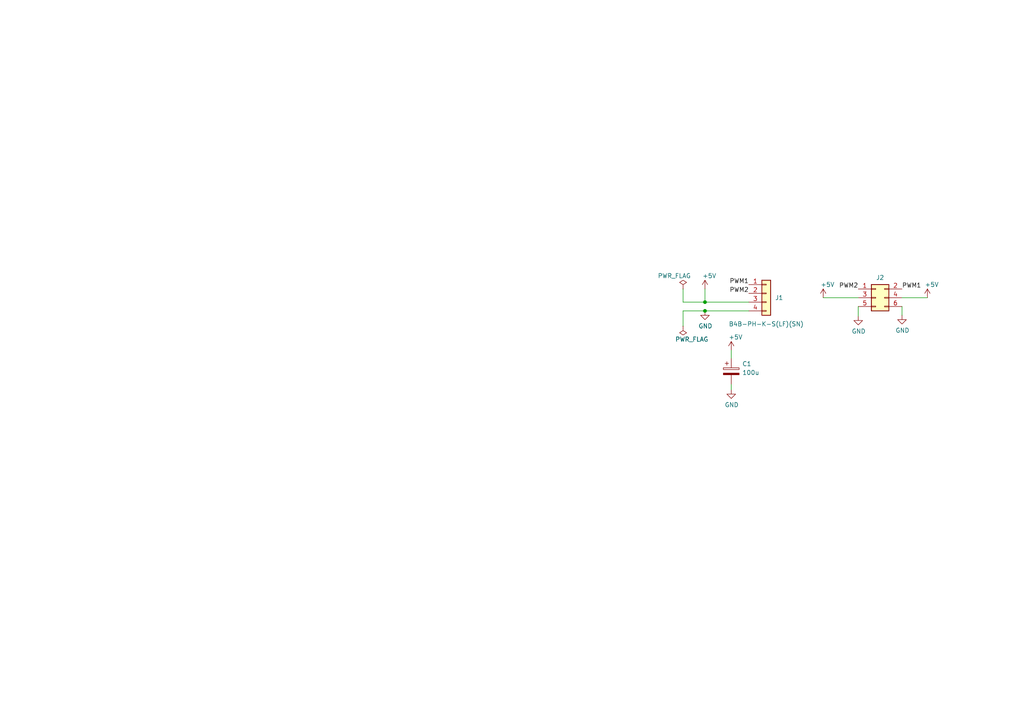
<source format=kicad_sch>
(kicad_sch (version 20230121) (generator eeschema)
  (paper "A4")
  (lib_symbols
    (symbol "Connector_Generic:Conn_01x04" (pin_names (offset 1.016) hide)
      (property "Reference" "J" (at 0 5.08 0))
      (property "Value" "Conn_01x04" (at 0 -7.62 0))
      (symbol "Conn_01x04_1_1"
        (rectangle (start -1.27 -4.953) (end 0 -5.207) (stroke (width 0.1524)))
        (rectangle (start -1.27 -2.413) (end 0 -2.667) (stroke (width 0.1524)))
        (rectangle (start -1.27 0.127) (end 0 -0.127) (stroke (width 0.1524)))
        (rectangle (start -1.27 2.667) (end 0 2.413) (stroke (width 0.1524)))
        (rectangle (start -1.27 3.81) (end 1.27 -6.35) (stroke (width 0.254)) (fill (type background)))
        (pin passive line (at -5.08 2.54 0) (length 3.81) (name "Pin_1") (number "1"))
        (pin passive line (at -5.08 0 0) (length 3.81) (name "Pin_2") (number "2"))
        (pin passive line (at -5.08 -2.54 0) (length 3.81) (name "Pin_3") (number "3"))
        (pin passive line (at -5.08 -5.08 0) (length 3.81) (name "Pin_4") (number "4"))
      )
    )
    (symbol "Connector_Generic:Conn_02x03_Odd_Even" (pin_names (offset 1.016) hide)
      (property "Reference" "J" (at 1.27 5.08 0))
      (property "Value" "Conn_02x03_Odd_Even" (at 1.27 -5.08 0))
      (symbol "Conn_02x03_Odd_Even_1_1"
        (rectangle (start -1.27 -2.413) (end 0 -2.667) (stroke (width 0.1524)))
        (rectangle (start -1.27 0.127) (end 0 -0.127) (stroke (width 0.1524)))
        (rectangle (start -1.27 2.667) (end 0 2.413) (stroke (width 0.1524)))
        (rectangle (start -1.27 3.81) (end 3.81 -3.81) (stroke (width 0.254)) (fill (type background)))
        (rectangle (start 3.81 -2.413) (end 2.54 -2.667) (stroke (width 0.1524)))
        (rectangle (start 3.81 0.127) (end 2.54 -0.127) (stroke (width 0.1524)))
        (rectangle (start 3.81 2.667) (end 2.54 2.413) (stroke (width 0.1524)))
        (pin passive line (at -5.08 2.54 0) (length 3.81) (name "Pin_1") (number "1"))
        (pin passive line (at 7.62 2.54 180) (length 3.81) (name "Pin_2") (number "2"))
        (pin passive line (at -5.08 0 0) (length 3.81) (name "Pin_3") (number "3"))
        (pin passive line (at 7.62 0 180) (length 3.81) (name "Pin_4") (number "4"))
        (pin passive line (at -5.08 -2.54 0) (length 3.81) (name "Pin_5") (number "5"))
        (pin passive line (at 7.62 -2.54 180) (length 3.81) (name "Pin_6") (number "6"))
      )
    )
    (symbol "Device:C_Polarized" (pin_numbers hide) (pin_names (offset 0.254))
      (property "Reference" "C" (at 0.635 2.54 0))
      (property "Value" "C_Polarized" (at 0.635 -2.54 0))
      (symbol "C_Polarized_0_1"
        (rectangle (start -2.286 0.508) (end 2.286 1.016))
        (polyline (pts (xy -1.778 2.286) (xy -0.762 2.286)))
        (polyline (pts (xy -1.27 2.794) (xy -1.27 1.778)))
        (rectangle (start 2.286 -0.508) (end -2.286 -1.016) (fill (type outline)))
      )
      (symbol "C_Polarized_1_1"
        (pin passive line (at 0 3.81 270) (length 2.794) (name "~") (number "1"))
        (pin passive line (at 0 -3.81 90) (length 2.794) (name "~") (number "2"))
      )
    )
    (symbol "power:+5V" (power) (pin_names (offset 0))
      (property "Value" "+5V" (at 0 3.556 0))
      (symbol "+5V_0_1"
        (polyline (pts (xy -0.762 1.27) (xy 0 2.54)))
        (polyline (pts (xy 0 0) (xy 0 2.54)))
        (polyline (pts (xy 0 2.54) (xy 0.762 1.27)))
      )
      (symbol "+5V_1_1"
        (pin power_in line (at 0 0 90) (length 0) hide (name "+5V") (number "1"))
      )
    )
    (symbol "power:GND" (power) (pin_names (offset 0))
      (property "Value" "GND" (at 0 -3.81 0))
      (symbol "GND_0_1"
        (polyline (pts (xy 0 0) (xy 0 -1.27) (xy 1.27 -1.27) (xy 0 -2.54) (xy -1.27 -1.27) (xy 0 -1.27)))
      )
      (symbol "GND_1_1"
        (pin power_in line (at 0 0 270) (length 0) hide (name "GND") (number "1"))
      )
    )
    (symbol "power:PWR_FLAG" (power) (pin_numbers hide) (pin_names (offset 0) hide)
      (property "Value" "PWR_FLAG" (at 0 3.81 0))
      (symbol "PWR_FLAG_0_0"
        (pin power_out line (at 0 0 90) (length 0) (name "pwr") (number "1"))
      )
      (symbol "PWR_FLAG_0_1"
        (polyline (pts (xy 0 0) (xy 0 1.27) (xy -1.016 1.905) (xy 0 2.54) (xy 1.016 1.905) (xy 0 1.27)))
      )
    )
  )
  (junction (at 204.47 87.63))
  (junction (at 204.47 90.17))
  (wire (pts (xy 198.12 90.17) (xy 204.47 90.17)))
  (wire (pts (xy 212.09 101.6) (xy 212.09 103.886)))
  (wire (pts (xy 204.47 83.82) (xy 204.47 87.63)))
  (wire (pts (xy 248.92 88.9) (xy 248.92 91.694)))
  (wire (pts (xy 198.12 90.17) (xy 198.12 94.615)))
  (wire (pts (xy 261.62 86.36) (xy 268.986 86.36)))
  (wire (pts (xy 198.12 83.82) (xy 198.12 87.63)))
  (wire (pts (xy 204.47 90.17) (xy 217.17 90.17)))
  (wire (pts (xy 204.47 87.63) (xy 217.17 87.63)))
  (wire (pts (xy 261.62 88.9) (xy 261.62 91.44)))
  (wire (pts (xy 198.12 87.63) (xy 204.47 87.63)))
  (wire (pts (xy 238.76 86.36) (xy 248.92 86.36)))
  (wire (pts (xy 212.09 111.506) (xy 212.09 113.03)))
  (label "PWM2" (at 217.17 85.09 180))
  (label "PWM1" (at 261.62 83.82 0))
  (label "PWM1" (at 217.17 82.55 180))
  (label "PWM2" (at 248.92 83.82 180))
  (symbol (lib_id "power:PWR_FLAG") (at 198.12 94.615 180) (unit 1)
    (property "Reference" "#FLG02" (effects hide))
    (property "Value" "PWR_FLAG" (at 200.66 98.425 0))
  )
  (symbol (lib_id "power:GND") (at 204.47 90.17 0) (unit 1)
    (property "Reference" "#PWR01" (effects hide))
    (property "Value" "GND" (at 204.597 94.5642 0))
  )
  (symbol (lib_id "power:+5V") (at 268.986 86.36 0) (unit 1)
    (property "Reference" "#PWR05" (effects hide))
    (property "Value" "+5V" (at 270.256 82.55 0))
  )
  (symbol (lib_id "Device:C_Polarized") (at 212.09 107.696 0) (unit 1)
    (property "Reference" "C1" (at 215.265 105.537 0) (effects (justify left)))
    (property "Value" "100u" (at 215.265 108.077 0) (effects (justify left)))
    (property "Footprint" "Capacitor_THT:CP_Radial_D6.3mm_P2.50mm" (effects hide))
  )
  (symbol (lib_id "power:GND") (at 212.09 113.03 0) (unit 1)
    (property "Reference" "#PWR03" (effects hide))
    (property "Value" "GND" (at 212.217 117.4242 0))
  )
  (symbol (lib_id "Connector_Generic:Conn_02x03_Odd_Even") (at 254 86.36 0) (unit 1)
    (property "Reference" "J2" (at 255.27 80.518 0))
    (property "Value" "Conn_02x03_Odd_Even" (effects hide))
    (property "Footprint" "Connector_PinHeader_2.54mm:PinHeader_2x03_P2.54mm_Vertical" (effects hide))
  )
  (symbol (lib_id "power:GND") (at 261.62 91.44 0) (unit 1)
    (property "Reference" "#PWR07" (effects hide))
    (property "Value" "GND" (at 261.747 95.8342 0))
  )
  (symbol (lib_id "power:GND") (at 248.92 91.694 0) (unit 1)
    (property "Reference" "#PWR06" (effects hide))
    (property "Value" "GND" (at 249.047 96.0882 0))
  )
  (symbol (lib_id "power:PWR_FLAG") (at 198.12 83.82 0) (unit 1)
    (property "Reference" "#FLG01" (effects hide))
    (property "Value" "PWR_FLAG" (at 195.58 80.01 0))
  )
  (symbol (lib_id "power:+5V") (at 212.09 101.6 0) (unit 1)
    (property "Reference" "#PWR04" (effects hide))
    (property "Value" "+5V" (at 213.36 97.79 0))
  )
  (symbol (lib_id "power:+5V") (at 238.76 86.36 0) (unit 1)
    (property "Reference" "#PWR08" (effects hide))
    (property "Value" "+5V" (at 240.03 82.55 0))
  )
  (symbol (lib_id "Connector_Generic:Conn_01x04") (at 222.25 85.09 0) (unit 1)
    (property "Reference" "J1" (at 224.79 86.36 0) (effects (justify left)))
    (property "Value" "B4B-PH-K-S(LF)(SN)" (at 222.25 93.98 0))
    (property "Footprint" "Connector_JST:JST_PH_B4B-PH-K_1x04_P2.00mm_Vertical" (effects hide))
  )
  (symbol (lib_id "power:+5V") (at 204.47 83.82 0) (unit 1)
    (property "Reference" "#PWR02" (effects hide))
    (property "Value" "+5V" (at 205.74 80.01 0))
  )
)
</source>
